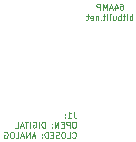
<source format=gbr>
G04 #@! TF.GenerationSoftware,KiCad,Pcbnew,(5.1.4)-1*
G04 #@! TF.CreationDate,2020-11-12T16:18:46-05:00*
G04 #@! TF.ProjectId,UniAmp,556e6941-6d70-42e6-9b69-6361645f7063,rev?*
G04 #@! TF.SameCoordinates,Original*
G04 #@! TF.FileFunction,Legend,Bot*
G04 #@! TF.FilePolarity,Positive*
%FSLAX46Y46*%
G04 Gerber Fmt 4.6, Leading zero omitted, Abs format (unit mm)*
G04 Created by KiCad (PCBNEW (5.1.4)-1) date 2020-11-12 16:18:46*
%MOMM*%
%LPD*%
G04 APERTURE LIST*
%ADD10C,0.125000*%
G04 APERTURE END LIST*
D10*
X122002857Y-69748690D02*
X122098095Y-69748690D01*
X122145714Y-69772500D01*
X122169523Y-69796309D01*
X122217142Y-69867738D01*
X122240952Y-69962976D01*
X122240952Y-70153452D01*
X122217142Y-70201071D01*
X122193333Y-70224880D01*
X122145714Y-70248690D01*
X122050476Y-70248690D01*
X122002857Y-70224880D01*
X121979047Y-70201071D01*
X121955238Y-70153452D01*
X121955238Y-70034404D01*
X121979047Y-69986785D01*
X122002857Y-69962976D01*
X122050476Y-69939166D01*
X122145714Y-69939166D01*
X122193333Y-69962976D01*
X122217142Y-69986785D01*
X122240952Y-70034404D01*
X121526666Y-69915357D02*
X121526666Y-70248690D01*
X121645714Y-69724880D02*
X121764761Y-70082023D01*
X121455238Y-70082023D01*
X121288571Y-70105833D02*
X121050476Y-70105833D01*
X121336190Y-70248690D02*
X121169523Y-69748690D01*
X121002857Y-70248690D01*
X120836190Y-70248690D02*
X120836190Y-69748690D01*
X120669523Y-70105833D01*
X120502857Y-69748690D01*
X120502857Y-70248690D01*
X120264761Y-70248690D02*
X120264761Y-69748690D01*
X120074285Y-69748690D01*
X120026666Y-69772500D01*
X120002857Y-69796309D01*
X119979047Y-69843928D01*
X119979047Y-69915357D01*
X120002857Y-69962976D01*
X120026666Y-69986785D01*
X120074285Y-70010595D01*
X120264761Y-70010595D01*
X123026666Y-71123690D02*
X123026666Y-70623690D01*
X123026666Y-70814166D02*
X122979047Y-70790357D01*
X122883809Y-70790357D01*
X122836190Y-70814166D01*
X122812380Y-70837976D01*
X122788571Y-70885595D01*
X122788571Y-71028452D01*
X122812380Y-71076071D01*
X122836190Y-71099880D01*
X122883809Y-71123690D01*
X122979047Y-71123690D01*
X123026666Y-71099880D01*
X122574285Y-71123690D02*
X122574285Y-70790357D01*
X122574285Y-70623690D02*
X122598095Y-70647500D01*
X122574285Y-70671309D01*
X122550476Y-70647500D01*
X122574285Y-70623690D01*
X122574285Y-70671309D01*
X122407619Y-70790357D02*
X122217142Y-70790357D01*
X122336190Y-70623690D02*
X122336190Y-71052261D01*
X122312380Y-71099880D01*
X122264761Y-71123690D01*
X122217142Y-71123690D01*
X122050476Y-71123690D02*
X122050476Y-70623690D01*
X122050476Y-70814166D02*
X122002857Y-70790357D01*
X121907619Y-70790357D01*
X121860000Y-70814166D01*
X121836190Y-70837976D01*
X121812380Y-70885595D01*
X121812380Y-71028452D01*
X121836190Y-71076071D01*
X121860000Y-71099880D01*
X121907619Y-71123690D01*
X122002857Y-71123690D01*
X122050476Y-71099880D01*
X121383809Y-70790357D02*
X121383809Y-71123690D01*
X121598095Y-70790357D02*
X121598095Y-71052261D01*
X121574285Y-71099880D01*
X121526666Y-71123690D01*
X121455238Y-71123690D01*
X121407619Y-71099880D01*
X121383809Y-71076071D01*
X121145714Y-71123690D02*
X121145714Y-70790357D01*
X121145714Y-70623690D02*
X121169523Y-70647500D01*
X121145714Y-70671309D01*
X121121904Y-70647500D01*
X121145714Y-70623690D01*
X121145714Y-70671309D01*
X120836190Y-71123690D02*
X120883809Y-71099880D01*
X120907619Y-71052261D01*
X120907619Y-70623690D01*
X120717142Y-70790357D02*
X120526666Y-70790357D01*
X120645714Y-70623690D02*
X120645714Y-71052261D01*
X120621904Y-71099880D01*
X120574285Y-71123690D01*
X120526666Y-71123690D01*
X120360000Y-71076071D02*
X120336190Y-71099880D01*
X120360000Y-71123690D01*
X120383809Y-71099880D01*
X120360000Y-71076071D01*
X120360000Y-71123690D01*
X120121904Y-70790357D02*
X120121904Y-71123690D01*
X120121904Y-70837976D02*
X120098095Y-70814166D01*
X120050476Y-70790357D01*
X119979047Y-70790357D01*
X119931428Y-70814166D01*
X119907619Y-70861785D01*
X119907619Y-71123690D01*
X119479047Y-71099880D02*
X119526666Y-71123690D01*
X119621904Y-71123690D01*
X119669523Y-71099880D01*
X119693333Y-71052261D01*
X119693333Y-70861785D01*
X119669523Y-70814166D01*
X119621904Y-70790357D01*
X119526666Y-70790357D01*
X119479047Y-70814166D01*
X119455238Y-70861785D01*
X119455238Y-70909404D01*
X119693333Y-70957023D01*
X119312380Y-70790357D02*
X119121904Y-70790357D01*
X119240952Y-70623690D02*
X119240952Y-71052261D01*
X119217142Y-71099880D01*
X119169523Y-71123690D01*
X119121904Y-71123690D01*
X118045714Y-78886190D02*
X118045714Y-79243333D01*
X118069523Y-79314761D01*
X118117142Y-79362380D01*
X118188571Y-79386190D01*
X118236190Y-79386190D01*
X117545714Y-79386190D02*
X117831428Y-79386190D01*
X117688571Y-79386190D02*
X117688571Y-78886190D01*
X117736190Y-78957619D01*
X117783809Y-79005238D01*
X117831428Y-79029047D01*
X117331428Y-79338571D02*
X117307619Y-79362380D01*
X117331428Y-79386190D01*
X117355238Y-79362380D01*
X117331428Y-79338571D01*
X117331428Y-79386190D01*
X117331428Y-79076666D02*
X117307619Y-79100476D01*
X117331428Y-79124285D01*
X117355238Y-79100476D01*
X117331428Y-79076666D01*
X117331428Y-79124285D01*
X118124464Y-79718690D02*
X118029226Y-79718690D01*
X117981607Y-79742500D01*
X117933988Y-79790119D01*
X117910178Y-79885357D01*
X117910178Y-80052023D01*
X117933988Y-80147261D01*
X117981607Y-80194880D01*
X118029226Y-80218690D01*
X118124464Y-80218690D01*
X118172083Y-80194880D01*
X118219702Y-80147261D01*
X118243511Y-80052023D01*
X118243511Y-79885357D01*
X118219702Y-79790119D01*
X118172083Y-79742500D01*
X118124464Y-79718690D01*
X117695892Y-80218690D02*
X117695892Y-79718690D01*
X117505416Y-79718690D01*
X117457797Y-79742500D01*
X117433988Y-79766309D01*
X117410178Y-79813928D01*
X117410178Y-79885357D01*
X117433988Y-79932976D01*
X117457797Y-79956785D01*
X117505416Y-79980595D01*
X117695892Y-79980595D01*
X117195892Y-79956785D02*
X117029226Y-79956785D01*
X116957797Y-80218690D02*
X117195892Y-80218690D01*
X117195892Y-79718690D01*
X116957797Y-79718690D01*
X116743511Y-80218690D02*
X116743511Y-79718690D01*
X116457797Y-80218690D01*
X116457797Y-79718690D01*
X116219702Y-80171071D02*
X116195892Y-80194880D01*
X116219702Y-80218690D01*
X116243511Y-80194880D01*
X116219702Y-80171071D01*
X116219702Y-80218690D01*
X116219702Y-79909166D02*
X116195892Y-79932976D01*
X116219702Y-79956785D01*
X116243511Y-79932976D01*
X116219702Y-79909166D01*
X116219702Y-79956785D01*
X115600654Y-80218690D02*
X115600654Y-79718690D01*
X115481607Y-79718690D01*
X115410178Y-79742500D01*
X115362559Y-79790119D01*
X115338750Y-79837738D01*
X115314940Y-79932976D01*
X115314940Y-80004404D01*
X115338750Y-80099642D01*
X115362559Y-80147261D01*
X115410178Y-80194880D01*
X115481607Y-80218690D01*
X115600654Y-80218690D01*
X115100654Y-80218690D02*
X115100654Y-79718690D01*
X114600654Y-79742500D02*
X114648273Y-79718690D01*
X114719702Y-79718690D01*
X114791130Y-79742500D01*
X114838750Y-79790119D01*
X114862559Y-79837738D01*
X114886369Y-79932976D01*
X114886369Y-80004404D01*
X114862559Y-80099642D01*
X114838750Y-80147261D01*
X114791130Y-80194880D01*
X114719702Y-80218690D01*
X114672083Y-80218690D01*
X114600654Y-80194880D01*
X114576845Y-80171071D01*
X114576845Y-80004404D01*
X114672083Y-80004404D01*
X114362559Y-80218690D02*
X114362559Y-79718690D01*
X114195892Y-79718690D02*
X113910178Y-79718690D01*
X114053035Y-80218690D02*
X114053035Y-79718690D01*
X113767321Y-80075833D02*
X113529226Y-80075833D01*
X113814940Y-80218690D02*
X113648273Y-79718690D01*
X113481607Y-80218690D01*
X113076845Y-80218690D02*
X113314940Y-80218690D01*
X113314940Y-79718690D01*
X117933988Y-81046071D02*
X117957797Y-81069880D01*
X118029226Y-81093690D01*
X118076845Y-81093690D01*
X118148273Y-81069880D01*
X118195892Y-81022261D01*
X118219702Y-80974642D01*
X118243511Y-80879404D01*
X118243511Y-80807976D01*
X118219702Y-80712738D01*
X118195892Y-80665119D01*
X118148273Y-80617500D01*
X118076845Y-80593690D01*
X118029226Y-80593690D01*
X117957797Y-80617500D01*
X117933988Y-80641309D01*
X117481607Y-81093690D02*
X117719702Y-81093690D01*
X117719702Y-80593690D01*
X117219702Y-80593690D02*
X117124464Y-80593690D01*
X117076845Y-80617500D01*
X117029226Y-80665119D01*
X117005416Y-80760357D01*
X117005416Y-80927023D01*
X117029226Y-81022261D01*
X117076845Y-81069880D01*
X117124464Y-81093690D01*
X117219702Y-81093690D01*
X117267321Y-81069880D01*
X117314940Y-81022261D01*
X117338750Y-80927023D01*
X117338750Y-80760357D01*
X117314940Y-80665119D01*
X117267321Y-80617500D01*
X117219702Y-80593690D01*
X116814940Y-81069880D02*
X116743511Y-81093690D01*
X116624464Y-81093690D01*
X116576845Y-81069880D01*
X116553035Y-81046071D01*
X116529226Y-80998452D01*
X116529226Y-80950833D01*
X116553035Y-80903214D01*
X116576845Y-80879404D01*
X116624464Y-80855595D01*
X116719702Y-80831785D01*
X116767321Y-80807976D01*
X116791130Y-80784166D01*
X116814940Y-80736547D01*
X116814940Y-80688928D01*
X116791130Y-80641309D01*
X116767321Y-80617500D01*
X116719702Y-80593690D01*
X116600654Y-80593690D01*
X116529226Y-80617500D01*
X116314940Y-80831785D02*
X116148273Y-80831785D01*
X116076845Y-81093690D02*
X116314940Y-81093690D01*
X116314940Y-80593690D01*
X116076845Y-80593690D01*
X115862559Y-81093690D02*
X115862559Y-80593690D01*
X115743511Y-80593690D01*
X115672083Y-80617500D01*
X115624464Y-80665119D01*
X115600654Y-80712738D01*
X115576845Y-80807976D01*
X115576845Y-80879404D01*
X115600654Y-80974642D01*
X115624464Y-81022261D01*
X115672083Y-81069880D01*
X115743511Y-81093690D01*
X115862559Y-81093690D01*
X115362559Y-81046071D02*
X115338750Y-81069880D01*
X115362559Y-81093690D01*
X115386369Y-81069880D01*
X115362559Y-81046071D01*
X115362559Y-81093690D01*
X115362559Y-80784166D02*
X115338750Y-80807976D01*
X115362559Y-80831785D01*
X115386369Y-80807976D01*
X115362559Y-80784166D01*
X115362559Y-80831785D01*
X114767321Y-80950833D02*
X114529226Y-80950833D01*
X114814940Y-81093690D02*
X114648273Y-80593690D01*
X114481607Y-81093690D01*
X114314940Y-81093690D02*
X114314940Y-80593690D01*
X114029226Y-81093690D01*
X114029226Y-80593690D01*
X113814940Y-80950833D02*
X113576845Y-80950833D01*
X113862559Y-81093690D02*
X113695892Y-80593690D01*
X113529226Y-81093690D01*
X113124464Y-81093690D02*
X113362559Y-81093690D01*
X113362559Y-80593690D01*
X112862559Y-80593690D02*
X112767321Y-80593690D01*
X112719702Y-80617500D01*
X112672083Y-80665119D01*
X112648273Y-80760357D01*
X112648273Y-80927023D01*
X112672083Y-81022261D01*
X112719702Y-81069880D01*
X112767321Y-81093690D01*
X112862559Y-81093690D01*
X112910178Y-81069880D01*
X112957797Y-81022261D01*
X112981607Y-80927023D01*
X112981607Y-80760357D01*
X112957797Y-80665119D01*
X112910178Y-80617500D01*
X112862559Y-80593690D01*
X112172083Y-80617500D02*
X112219702Y-80593690D01*
X112291130Y-80593690D01*
X112362559Y-80617500D01*
X112410178Y-80665119D01*
X112433988Y-80712738D01*
X112457797Y-80807976D01*
X112457797Y-80879404D01*
X112433988Y-80974642D01*
X112410178Y-81022261D01*
X112362559Y-81069880D01*
X112291130Y-81093690D01*
X112243511Y-81093690D01*
X112172083Y-81069880D01*
X112148273Y-81046071D01*
X112148273Y-80879404D01*
X112243511Y-80879404D01*
M02*

</source>
